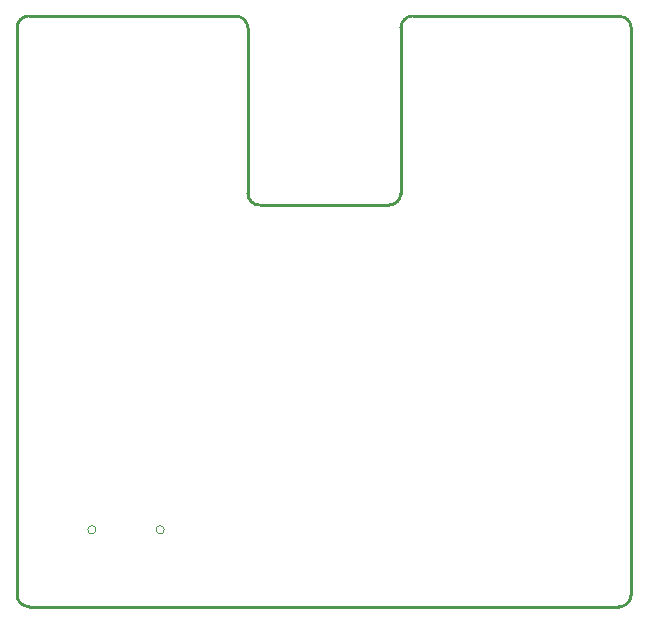
<source format=gm1>
G04*
G04 #@! TF.GenerationSoftware,Altium Limited,Altium Designer,22.0.2 (36)*
G04*
G04 Layer_Color=16711935*
%FSLAX24Y24*%
%MOIN*%
G70*
G04*
G04 #@! TF.SameCoordinates,D7CE2511-F244-4390-A2D0-A891EFF9428C*
G04*
G04*
G04 #@! TF.FilePolarity,Positive*
G04*
G01*
G75*
%ADD10C,0.0100*%
%ADD15C,0.0002*%
D10*
X387Y19685D02*
G03*
X-6Y19291I0J-394D01*
G01*
Y394D02*
G03*
X387Y0I394J0D01*
G01*
X20072D02*
G03*
X20466Y394I0J394D01*
G01*
Y19291D02*
G03*
X20072Y19685I-394J0D01*
G01*
X7687Y13780D02*
G03*
X8081Y13386I394J0D01*
G01*
X12395D02*
G03*
X12789Y13780I0J394D01*
G01*
X13183Y19685D02*
G03*
X12789Y19291I0J-394D01*
G01*
X7687D02*
G03*
X7294Y19685I-394J0D01*
G01*
X-6Y394D02*
Y19291D01*
X20466Y394D02*
Y19291D01*
X387Y19685D02*
X7294Y19685D01*
X387Y0D02*
X20072D01*
X13183Y19685D02*
X20072D01*
X8082Y13386D02*
X12395D01*
X12789Y13770D02*
Y19306D01*
X7687Y13782D02*
Y19291D01*
X387Y19685D02*
G03*
X-6Y19291I0J-394D01*
G01*
Y394D02*
G03*
X387Y0I394J0D01*
G01*
X20072D02*
G03*
X20466Y394I0J394D01*
G01*
Y19291D02*
G03*
X20072Y19685I-394J0D01*
G01*
X7687Y13780D02*
G03*
X8081Y13386I394J0D01*
G01*
X12395D02*
G03*
X12789Y13780I0J394D01*
G01*
X13183Y19685D02*
G03*
X12789Y19291I0J-394D01*
G01*
X7687D02*
G03*
X7294Y19685I-394J0D01*
G01*
X-6Y394D02*
Y19291D01*
X20466Y394D02*
Y19291D01*
X387Y19685D02*
X7294Y19685D01*
X387Y0D02*
X20072D01*
X13183Y19685D02*
X20072D01*
X8082Y13386D02*
X12395D01*
X12789Y13770D02*
Y19306D01*
X7687Y13782D02*
Y19291D01*
D15*
X2629Y2564D02*
G03*
X2629Y2564I-138J0D01*
G01*
X4904D02*
G03*
X4904Y2564I-138J0D01*
G01*
X2629D02*
G03*
X2629Y2564I-138J0D01*
G01*
X4904D02*
G03*
X4904Y2564I-138J0D01*
G01*
M02*

</source>
